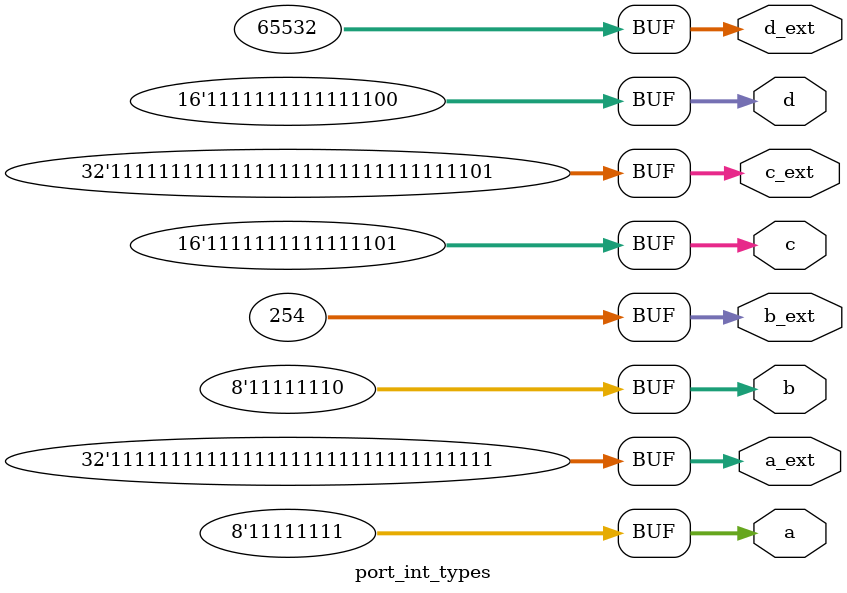
<source format=v>
/* Generated by Yosys 0.62+39 (git sha1 131911291-dirty, g++ 11.4.0-1ubuntu1~22.04.2 -Og -fPIC) */

(* src = "dut.sv:7.1-25.10" *)
(* top =  1  *)
module port_int_types(a, b, c, d, a_ext, b_ext, c_ext, d_ext);
  (* src = "dut.sv:8.29-8.30" *)
  output [7:0] a;
  wire [7:0] a;
  (* src = "dut.sv:9.29-9.30" *)
  output [7:0] b;
  wire [7:0] b;
  (* src = "dut.sv:10.29-10.30" *)
  output [15:0] c;
  wire [15:0] c;
  (* src = "dut.sv:11.30-11.31" *)
  output [15:0] d;
  wire [15:0] d;
  (* src = "dut.sv:12.29-12.34" *)
  output [31:0] a_ext;
  wire [31:0] a_ext;
  (* src = "dut.sv:13.29-13.34" *)
  output [31:0] b_ext;
  wire [31:0] b_ext;
  (* src = "dut.sv:14.29-14.34" *)
  output [31:0] c_ext;
  wire [31:0] c_ext;
  (* src = "dut.sv:15.29-15.34" *)
  output [31:0] d_ext;
  wire [31:0] d_ext;
  assign d_ext = 32'd65532;
  assign c_ext = 32'd4294967293;
  assign b_ext = 32'd254;
  assign a_ext = 32'd4294967295;
  assign d = 16'hfffc;
  assign c = 16'hfffd;
  assign b = 8'hfe;
  assign a = 8'hff;
endmodule

</source>
